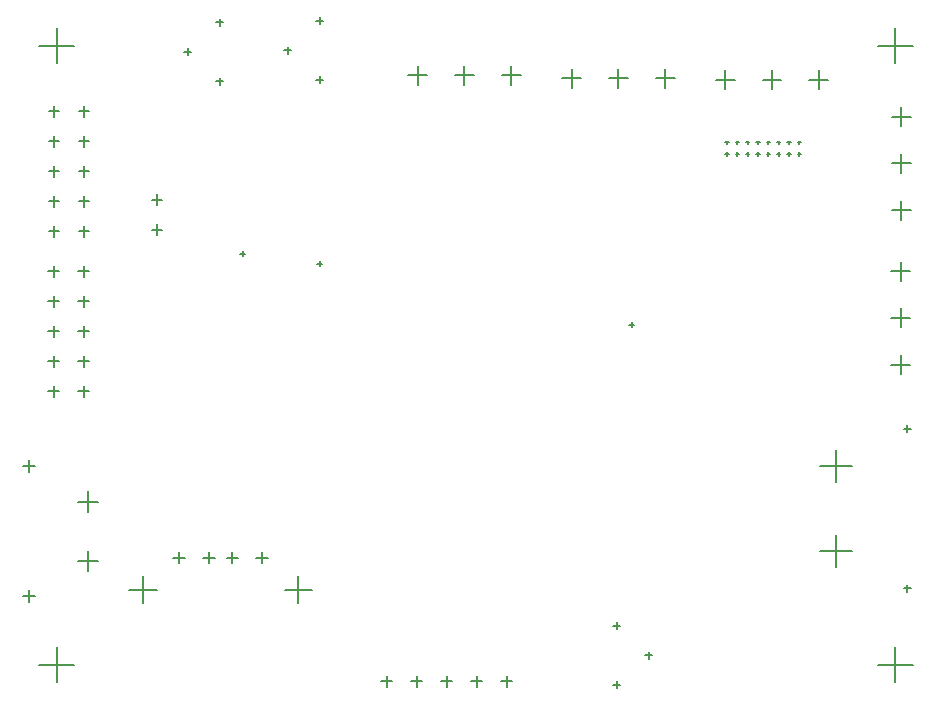
<source format=gbr>
%TF.GenerationSoftware,Altium Limited,Altium Designer,22.5.1 (42)*%
G04 Layer_Color=128*
%FSLAX44Y44*%
%MOMM*%
%TF.SameCoordinates,7B58D917-D16F-4CFB-9619-50DAC3371BF8*%
%TF.FilePolarity,Positive*%
%TF.FileFunction,Drillmap*%
%TF.Part,Single*%
G01*
G75*
%TA.AperFunction,NonConductor*%
%ADD62C,0.1270*%
D62*
X291500Y-94000D02*
X318500D01*
X305000Y-107500D02*
Y-80500D01*
X291500Y-166000D02*
X318500D01*
X305000Y-179500D02*
Y-152500D01*
X362000Y-62500D02*
X368000D01*
X365000Y-65500D02*
Y-59500D01*
X362000Y-197500D02*
X368000D01*
X365000Y-200500D02*
Y-194500D01*
X-135500Y233000D02*
X-129500D01*
X-132500Y230000D02*
Y236000D01*
X-135500Y283000D02*
X-129500D01*
X-132500Y280000D02*
Y286000D01*
X-162500Y258000D02*
X-156500D01*
X-159500Y255000D02*
Y261000D01*
X-80150Y-276250D02*
X-71150D01*
X-75650Y-280750D02*
Y-271750D01*
X-29350Y-276250D02*
X-20350D01*
X-24850Y-280750D02*
Y-271750D01*
X-3950Y-276250D02*
X5050D01*
X550Y-280750D02*
Y-271750D01*
X21450Y-276250D02*
X30450D01*
X25950Y-280750D02*
Y-271750D01*
X-54750Y-276250D02*
X-45750D01*
X-50250Y-280750D02*
Y-271750D01*
X116250Y-229250D02*
X122250D01*
X119250Y-232250D02*
Y-226250D01*
X116250Y-279250D02*
X122250D01*
X119250Y-282250D02*
Y-276250D01*
X143250Y-254250D02*
X149250D01*
X146250Y-257250D02*
Y-251250D01*
X-383500Y-204000D02*
X-373500D01*
X-378500Y-209000D02*
Y-199000D01*
X-383500Y-94000D02*
X-373500D01*
X-378500Y-99000D02*
Y-89000D01*
X-337000Y-174000D02*
X-320000D01*
X-328500Y-182500D02*
Y-165500D01*
X-337000Y-124000D02*
X-320000D01*
X-328500Y-132500D02*
Y-115500D01*
X-220000Y231750D02*
X-214000D01*
X-217000Y228750D02*
Y234750D01*
X-220000Y281750D02*
X-214000D01*
X-217000Y278750D02*
Y284750D01*
X-247000Y256750D02*
X-241000D01*
X-244000Y253750D02*
Y259750D01*
X340000Y-262000D02*
X370000D01*
X355000Y-277000D02*
Y-247000D01*
X-370000Y262000D02*
X-340000D01*
X-355000Y247000D02*
Y277000D01*
X-370000Y-262000D02*
X-340000D01*
X-355000Y-277000D02*
Y-247000D01*
X340000Y262000D02*
X370000D01*
X355000Y247000D02*
Y277000D01*
X-274500Y106300D02*
X-265500D01*
X-270000Y101800D02*
Y110800D01*
X-274500Y131700D02*
X-265500D01*
X-270000Y127200D02*
Y136200D01*
X242600Y233000D02*
X258600D01*
X250600Y225000D02*
Y241000D01*
X282200Y233000D02*
X298200D01*
X290200Y225000D02*
Y241000D01*
X203000Y233000D02*
X219000D01*
X211000Y225000D02*
Y241000D01*
X-17750Y236750D02*
X-1750D01*
X-9750Y228750D02*
Y244750D01*
X21850Y236750D02*
X37850D01*
X29850Y228750D02*
Y244750D01*
X-57350Y236750D02*
X-41350D01*
X-49350Y228750D02*
Y244750D01*
X72900Y234250D02*
X88900D01*
X80900Y226250D02*
Y242250D01*
X152100Y234250D02*
X168100D01*
X160100Y226250D02*
Y242250D01*
X112500Y234250D02*
X128500D01*
X120500Y226250D02*
Y242250D01*
X352000Y201850D02*
X368000D01*
X360000Y193850D02*
Y209850D01*
X352000Y122650D02*
X368000D01*
X360000Y114650D02*
Y130650D01*
X352000Y162250D02*
X368000D01*
X360000Y154250D02*
Y170250D01*
X351750Y31500D02*
X367750D01*
X359750Y23500D02*
Y39500D01*
X351750Y-8100D02*
X367750D01*
X359750Y-16100D02*
Y-100D01*
X351750Y71100D02*
X367750D01*
X359750Y63100D02*
Y79100D01*
X-211200Y-171400D02*
X-201200D01*
X-206200Y-176400D02*
Y-166400D01*
X-186200Y-171400D02*
X-176200D01*
X-181200Y-176400D02*
Y-166400D01*
X-231200Y-171400D02*
X-221200D01*
X-226200Y-176400D02*
Y-166400D01*
X-256200Y-171400D02*
X-246200D01*
X-251200Y-176400D02*
Y-166400D01*
X-293400Y-198500D02*
X-270400D01*
X-281900Y-210000D02*
Y-187000D01*
X-162000Y-198500D02*
X-139000D01*
X-150500Y-210000D02*
Y-187000D01*
X-362200Y70800D02*
X-353200D01*
X-357700Y66300D02*
Y75300D01*
X-336800Y70800D02*
X-327800D01*
X-332300Y66300D02*
Y75300D01*
X-362200Y20000D02*
X-353200D01*
X-357700Y15500D02*
Y24500D01*
X-336800Y20000D02*
X-327800D01*
X-332300Y15500D02*
Y24500D01*
X-362200Y-30800D02*
X-353200D01*
X-357700Y-35300D02*
Y-26300D01*
X-362200Y-5400D02*
X-353200D01*
X-357700Y-9900D02*
Y-900D01*
X-336800Y-5400D02*
X-327800D01*
X-332300Y-9900D02*
Y-900D01*
X-336800Y-30800D02*
X-327800D01*
X-332300Y-35300D02*
Y-26300D01*
X-336800Y45400D02*
X-327800D01*
X-332300Y40900D02*
Y49900D01*
X-362200Y45400D02*
X-353200D01*
X-357700Y40900D02*
Y49900D01*
X-361900Y181000D02*
X-352900D01*
X-357400Y176500D02*
Y185500D01*
X-336500Y181000D02*
X-327500D01*
X-332000Y176500D02*
Y185500D01*
X-336500Y104800D02*
X-327500D01*
X-332000Y100300D02*
Y109300D01*
X-336500Y130200D02*
X-327500D01*
X-332000Y125700D02*
Y134700D01*
X-361900Y130200D02*
X-352900D01*
X-357400Y125700D02*
Y134700D01*
X-361900Y104800D02*
X-352900D01*
X-357400Y100300D02*
Y109300D01*
X-336500Y155600D02*
X-327500D01*
X-332000Y151100D02*
Y160100D01*
X-361900Y155600D02*
X-352900D01*
X-357400Y151100D02*
Y160100D01*
X-336500Y206400D02*
X-327500D01*
X-332000Y201900D02*
Y210900D01*
X-361900Y206400D02*
X-352900D01*
X-357400Y201900D02*
Y210900D01*
X211000Y170250D02*
X214000D01*
X212500Y168750D02*
Y171750D01*
X219750Y170250D02*
X222750D01*
X221250Y168750D02*
Y171750D01*
X228500Y170250D02*
X231500D01*
X230000Y168750D02*
Y171750D01*
X237250Y170250D02*
X240250D01*
X238750Y168750D02*
Y171750D01*
X272250Y170250D02*
X275250D01*
X273750Y168750D02*
Y171750D01*
X263500Y170250D02*
X266500D01*
X265000Y168750D02*
Y171750D01*
X254750Y170250D02*
X257750D01*
X256250Y168750D02*
Y171750D01*
X246000Y170250D02*
X249000D01*
X247500Y168750D02*
Y171750D01*
X246000Y180000D02*
X249000D01*
X247500Y178500D02*
Y181500D01*
X254750Y180000D02*
X257750D01*
X256250Y178500D02*
Y181500D01*
X263500Y180000D02*
X266500D01*
X265000Y178500D02*
Y181500D01*
X272250Y180000D02*
X275250D01*
X273750Y178500D02*
Y181500D01*
X237250Y180000D02*
X240250D01*
X238750Y178500D02*
Y181500D01*
X228500Y180000D02*
X231500D01*
X230000Y178500D02*
Y181500D01*
X219750Y180000D02*
X222750D01*
X221250Y178500D02*
Y181500D01*
X211000Y180000D02*
X214000D01*
X212500Y178500D02*
Y181500D01*
X-199500Y85750D02*
X-195500D01*
X-197500Y83750D02*
Y87750D01*
X-134500Y77500D02*
X-130500D01*
X-132500Y75500D02*
Y79500D01*
X129750Y25750D02*
X133750D01*
X131750Y23750D02*
Y27750D01*
%TF.MD5,6b15b50b7d11da5c6aba8b727c2afe0d*%
M02*

</source>
